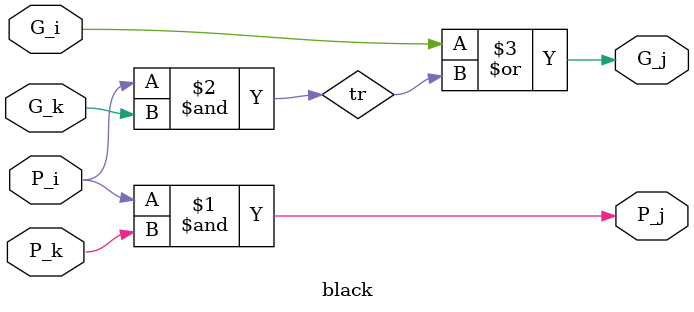
<source format=v>
module black(input G_i, P_i, G_k, P_k,
             output G_j, P_j);

        and (P_j, P_i, P_k);

        wire tr;

        and (tr, P_i, G_k);
        or (G_j, G_i, tr);
        
endmodule
</source>
